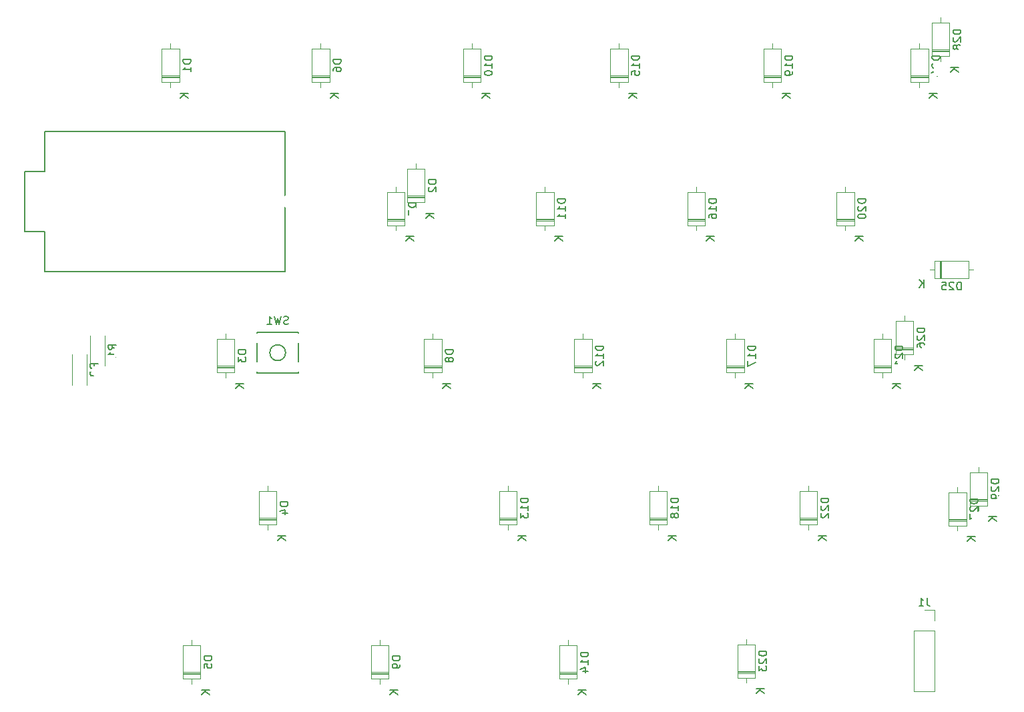
<source format=gbo>
G04 #@! TF.GenerationSoftware,KiCad,Pcbnew,(5.1.4-0-10_14)*
G04 #@! TF.CreationDate,2020-10-01T03:15:46-07:00*
G04 #@! TF.ProjectId,mpm62-kb-left,6d706d36-322d-46b6-922d-6c6566742e6b,rev?*
G04 #@! TF.SameCoordinates,Original*
G04 #@! TF.FileFunction,Legend,Bot*
G04 #@! TF.FilePolarity,Positive*
%FSLAX46Y46*%
G04 Gerber Fmt 4.6, Leading zero omitted, Abs format (unit mm)*
G04 Created by KiCad (PCBNEW (5.1.4-0-10_14)) date 2020-10-01 03:15:46*
%MOMM*%
%LPD*%
G04 APERTURE LIST*
%ADD10C,0.150000*%
%ADD11C,0.120000*%
%ADD12C,1.702000*%
%ADD13R,1.702000X1.702000*%
%ADD14R,1.902000X1.202000*%
%ADD15O,1.502000X1.502000*%
%ADD16C,1.502000*%
%ADD17C,1.852000*%
%ADD18C,2.352000*%
%ADD19C,4.089800*%
%ADD20C,2.352000*%
%ADD21C,3.150000*%
%ADD22O,1.802000X1.802000*%
%ADD23R,1.802000X1.802000*%
%ADD24O,1.702000X1.702000*%
%ADD25C,1.902000*%
%ADD26R,1.902000X1.902000*%
G04 APERTURE END LIST*
D10*
X111840000Y-69215000D02*
X111840000Y-51435000D01*
X81360000Y-69215000D02*
X111840000Y-69215000D01*
X81360000Y-64135000D02*
X81360000Y-69215000D01*
X78820000Y-64135000D02*
X81360000Y-64135000D01*
X78820000Y-56515000D02*
X78820000Y-64135000D01*
X81360000Y-56515000D02*
X78820000Y-56515000D01*
X81360000Y-51435000D02*
X81360000Y-56515000D01*
X81360000Y-51435000D02*
X111840000Y-51435000D01*
X108271000Y-82102000D02*
X113471000Y-82102000D01*
X113471000Y-82102000D02*
X113471000Y-76902000D01*
X113471000Y-76902000D02*
X108271000Y-76902000D01*
X108271000Y-76902000D02*
X108271000Y-82102000D01*
X111871000Y-79502000D02*
G75*
G03X111871000Y-79502000I-1000000J0D01*
G01*
D11*
X84805000Y-83581000D02*
X84805000Y-79741000D01*
X86645000Y-83581000D02*
X86645000Y-79741000D01*
X87091000Y-81168000D02*
X87091000Y-77328000D01*
X88931000Y-81168000D02*
X88931000Y-77328000D01*
X194211250Y-112176250D02*
X192881250Y-112176250D01*
X194211250Y-113506250D02*
X194211250Y-112176250D01*
X194211250Y-114776250D02*
X191551250Y-114776250D01*
X191551250Y-114776250D02*
X191551250Y-122456250D01*
X194211250Y-114776250D02*
X194211250Y-122456250D01*
X194211250Y-122456250D02*
X191551250Y-122456250D01*
X200891000Y-98294000D02*
X198651000Y-98294000D01*
X200891000Y-98054000D02*
X198651000Y-98054000D01*
X200891000Y-98174000D02*
X198651000Y-98174000D01*
X199771000Y-94004000D02*
X199771000Y-94654000D01*
X199771000Y-99544000D02*
X199771000Y-98894000D01*
X200891000Y-94654000D02*
X200891000Y-98894000D01*
X198651000Y-94654000D02*
X200891000Y-94654000D01*
X198651000Y-98894000D02*
X198651000Y-94654000D01*
X200891000Y-98894000D02*
X198651000Y-98894000D01*
X196065000Y-41271000D02*
X193825000Y-41271000D01*
X196065000Y-41031000D02*
X193825000Y-41031000D01*
X196065000Y-41151000D02*
X193825000Y-41151000D01*
X194945000Y-36981000D02*
X194945000Y-37631000D01*
X194945000Y-42521000D02*
X194945000Y-41871000D01*
X196065000Y-37631000D02*
X196065000Y-41871000D01*
X193825000Y-37631000D02*
X196065000Y-37631000D01*
X193825000Y-41871000D02*
X193825000Y-37631000D01*
X196065000Y-41871000D02*
X193825000Y-41871000D01*
X171427000Y-120138000D02*
X169187000Y-120138000D01*
X171427000Y-119898000D02*
X169187000Y-119898000D01*
X171427000Y-120018000D02*
X169187000Y-120018000D01*
X170307000Y-115848000D02*
X170307000Y-116498000D01*
X170307000Y-121388000D02*
X170307000Y-120738000D01*
X171427000Y-116498000D02*
X171427000Y-120738000D01*
X169187000Y-116498000D02*
X171427000Y-116498000D01*
X169187000Y-120738000D02*
X169187000Y-116498000D01*
X171427000Y-120738000D02*
X169187000Y-120738000D01*
X198224000Y-100834000D02*
X195984000Y-100834000D01*
X198224000Y-100594000D02*
X195984000Y-100594000D01*
X198224000Y-100714000D02*
X195984000Y-100714000D01*
X197104000Y-96544000D02*
X197104000Y-97194000D01*
X197104000Y-102084000D02*
X197104000Y-101434000D01*
X198224000Y-97194000D02*
X198224000Y-101434000D01*
X195984000Y-97194000D02*
X198224000Y-97194000D01*
X195984000Y-101434000D02*
X195984000Y-97194000D01*
X198224000Y-101434000D02*
X195984000Y-101434000D01*
X191493000Y-79117000D02*
X189253000Y-79117000D01*
X191493000Y-78877000D02*
X189253000Y-78877000D01*
X191493000Y-78997000D02*
X189253000Y-78997000D01*
X190373000Y-74827000D02*
X190373000Y-75477000D01*
X190373000Y-80367000D02*
X190373000Y-79717000D01*
X191493000Y-75477000D02*
X191493000Y-79717000D01*
X189253000Y-75477000D02*
X191493000Y-75477000D01*
X189253000Y-79717000D02*
X189253000Y-75477000D01*
X191493000Y-79717000D02*
X189253000Y-79717000D01*
X194822000Y-70081000D02*
X194822000Y-67841000D01*
X195062000Y-70081000D02*
X195062000Y-67841000D01*
X194942000Y-70081000D02*
X194942000Y-67841000D01*
X199112000Y-68961000D02*
X198462000Y-68961000D01*
X193572000Y-68961000D02*
X194222000Y-68961000D01*
X198462000Y-70081000D02*
X194222000Y-70081000D01*
X198462000Y-67841000D02*
X198462000Y-70081000D01*
X194222000Y-67841000D02*
X198462000Y-67841000D01*
X194222000Y-70081000D02*
X194222000Y-67841000D01*
X193398000Y-44573000D02*
X191158000Y-44573000D01*
X193398000Y-44333000D02*
X191158000Y-44333000D01*
X193398000Y-44453000D02*
X191158000Y-44453000D01*
X192278000Y-40283000D02*
X192278000Y-40933000D01*
X192278000Y-45823000D02*
X192278000Y-45173000D01*
X193398000Y-40933000D02*
X193398000Y-45173000D01*
X191158000Y-40933000D02*
X193398000Y-40933000D01*
X191158000Y-45173000D02*
X191158000Y-40933000D01*
X193398000Y-45173000D02*
X191158000Y-45173000D01*
X179301000Y-100707000D02*
X177061000Y-100707000D01*
X179301000Y-100467000D02*
X177061000Y-100467000D01*
X179301000Y-100587000D02*
X177061000Y-100587000D01*
X178181000Y-96417000D02*
X178181000Y-97067000D01*
X178181000Y-101957000D02*
X178181000Y-101307000D01*
X179301000Y-97067000D02*
X179301000Y-101307000D01*
X177061000Y-97067000D02*
X179301000Y-97067000D01*
X177061000Y-101307000D02*
X177061000Y-97067000D01*
X179301000Y-101307000D02*
X177061000Y-101307000D01*
X188699000Y-81403000D02*
X186459000Y-81403000D01*
X188699000Y-81163000D02*
X186459000Y-81163000D01*
X188699000Y-81283000D02*
X186459000Y-81283000D01*
X187579000Y-77113000D02*
X187579000Y-77763000D01*
X187579000Y-82653000D02*
X187579000Y-82003000D01*
X188699000Y-77763000D02*
X188699000Y-82003000D01*
X186459000Y-77763000D02*
X188699000Y-77763000D01*
X186459000Y-82003000D02*
X186459000Y-77763000D01*
X188699000Y-82003000D02*
X186459000Y-82003000D01*
X184000000Y-62734000D02*
X181760000Y-62734000D01*
X184000000Y-62494000D02*
X181760000Y-62494000D01*
X184000000Y-62614000D02*
X181760000Y-62614000D01*
X182880000Y-58444000D02*
X182880000Y-59094000D01*
X182880000Y-63984000D02*
X182880000Y-63334000D01*
X184000000Y-59094000D02*
X184000000Y-63334000D01*
X181760000Y-59094000D02*
X184000000Y-59094000D01*
X181760000Y-63334000D02*
X181760000Y-59094000D01*
X184000000Y-63334000D02*
X181760000Y-63334000D01*
X174729000Y-44573000D02*
X172489000Y-44573000D01*
X174729000Y-44333000D02*
X172489000Y-44333000D01*
X174729000Y-44453000D02*
X172489000Y-44453000D01*
X173609000Y-40283000D02*
X173609000Y-40933000D01*
X173609000Y-45823000D02*
X173609000Y-45173000D01*
X174729000Y-40933000D02*
X174729000Y-45173000D01*
X172489000Y-40933000D02*
X174729000Y-40933000D01*
X172489000Y-45173000D02*
X172489000Y-40933000D01*
X174729000Y-45173000D02*
X172489000Y-45173000D01*
X160251000Y-100707000D02*
X158011000Y-100707000D01*
X160251000Y-100467000D02*
X158011000Y-100467000D01*
X160251000Y-100587000D02*
X158011000Y-100587000D01*
X159131000Y-96417000D02*
X159131000Y-97067000D01*
X159131000Y-101957000D02*
X159131000Y-101307000D01*
X160251000Y-97067000D02*
X160251000Y-101307000D01*
X158011000Y-97067000D02*
X160251000Y-97067000D01*
X158011000Y-101307000D02*
X158011000Y-97067000D01*
X160251000Y-101307000D02*
X158011000Y-101307000D01*
X170030000Y-81403000D02*
X167790000Y-81403000D01*
X170030000Y-81163000D02*
X167790000Y-81163000D01*
X170030000Y-81283000D02*
X167790000Y-81283000D01*
X168910000Y-77113000D02*
X168910000Y-77763000D01*
X168910000Y-82653000D02*
X168910000Y-82003000D01*
X170030000Y-77763000D02*
X170030000Y-82003000D01*
X167790000Y-77763000D02*
X170030000Y-77763000D01*
X167790000Y-82003000D02*
X167790000Y-77763000D01*
X170030000Y-82003000D02*
X167790000Y-82003000D01*
X165077000Y-62734000D02*
X162837000Y-62734000D01*
X165077000Y-62494000D02*
X162837000Y-62494000D01*
X165077000Y-62614000D02*
X162837000Y-62614000D01*
X163957000Y-58444000D02*
X163957000Y-59094000D01*
X163957000Y-63984000D02*
X163957000Y-63334000D01*
X165077000Y-59094000D02*
X165077000Y-63334000D01*
X162837000Y-59094000D02*
X165077000Y-59094000D01*
X162837000Y-63334000D02*
X162837000Y-59094000D01*
X165077000Y-63334000D02*
X162837000Y-63334000D01*
X155298000Y-44573000D02*
X153058000Y-44573000D01*
X155298000Y-44333000D02*
X153058000Y-44333000D01*
X155298000Y-44453000D02*
X153058000Y-44453000D01*
X154178000Y-40283000D02*
X154178000Y-40933000D01*
X154178000Y-45823000D02*
X154178000Y-45173000D01*
X155298000Y-40933000D02*
X155298000Y-45173000D01*
X153058000Y-40933000D02*
X155298000Y-40933000D01*
X153058000Y-45173000D02*
X153058000Y-40933000D01*
X155298000Y-45173000D02*
X153058000Y-45173000D01*
X148821000Y-120265000D02*
X146581000Y-120265000D01*
X148821000Y-120025000D02*
X146581000Y-120025000D01*
X148821000Y-120145000D02*
X146581000Y-120145000D01*
X147701000Y-115975000D02*
X147701000Y-116625000D01*
X147701000Y-121515000D02*
X147701000Y-120865000D01*
X148821000Y-116625000D02*
X148821000Y-120865000D01*
X146581000Y-116625000D02*
X148821000Y-116625000D01*
X146581000Y-120865000D02*
X146581000Y-116625000D01*
X148821000Y-120865000D02*
X146581000Y-120865000D01*
X141201000Y-100707000D02*
X138961000Y-100707000D01*
X141201000Y-100467000D02*
X138961000Y-100467000D01*
X141201000Y-100587000D02*
X138961000Y-100587000D01*
X140081000Y-96417000D02*
X140081000Y-97067000D01*
X140081000Y-101957000D02*
X140081000Y-101307000D01*
X141201000Y-97067000D02*
X141201000Y-101307000D01*
X138961000Y-97067000D02*
X141201000Y-97067000D01*
X138961000Y-101307000D02*
X138961000Y-97067000D01*
X141201000Y-101307000D02*
X138961000Y-101307000D01*
X150726000Y-81403000D02*
X148486000Y-81403000D01*
X150726000Y-81163000D02*
X148486000Y-81163000D01*
X150726000Y-81283000D02*
X148486000Y-81283000D01*
X149606000Y-77113000D02*
X149606000Y-77763000D01*
X149606000Y-82653000D02*
X149606000Y-82003000D01*
X150726000Y-77763000D02*
X150726000Y-82003000D01*
X148486000Y-77763000D02*
X150726000Y-77763000D01*
X148486000Y-82003000D02*
X148486000Y-77763000D01*
X150726000Y-82003000D02*
X148486000Y-82003000D01*
X145900000Y-62734000D02*
X143660000Y-62734000D01*
X145900000Y-62494000D02*
X143660000Y-62494000D01*
X145900000Y-62614000D02*
X143660000Y-62614000D01*
X144780000Y-58444000D02*
X144780000Y-59094000D01*
X144780000Y-63984000D02*
X144780000Y-63334000D01*
X145900000Y-59094000D02*
X145900000Y-63334000D01*
X143660000Y-59094000D02*
X145900000Y-59094000D01*
X143660000Y-63334000D02*
X143660000Y-59094000D01*
X145900000Y-63334000D02*
X143660000Y-63334000D01*
X136629000Y-44573000D02*
X134389000Y-44573000D01*
X136629000Y-44333000D02*
X134389000Y-44333000D01*
X136629000Y-44453000D02*
X134389000Y-44453000D01*
X135509000Y-40283000D02*
X135509000Y-40933000D01*
X135509000Y-45823000D02*
X135509000Y-45173000D01*
X136629000Y-40933000D02*
X136629000Y-45173000D01*
X134389000Y-40933000D02*
X136629000Y-40933000D01*
X134389000Y-45173000D02*
X134389000Y-40933000D01*
X136629000Y-45173000D02*
X134389000Y-45173000D01*
X124945000Y-120265000D02*
X122705000Y-120265000D01*
X124945000Y-120025000D02*
X122705000Y-120025000D01*
X124945000Y-120145000D02*
X122705000Y-120145000D01*
X123825000Y-115975000D02*
X123825000Y-116625000D01*
X123825000Y-121515000D02*
X123825000Y-120865000D01*
X124945000Y-116625000D02*
X124945000Y-120865000D01*
X122705000Y-116625000D02*
X124945000Y-116625000D01*
X122705000Y-120865000D02*
X122705000Y-116625000D01*
X124945000Y-120865000D02*
X122705000Y-120865000D01*
X131676000Y-81403000D02*
X129436000Y-81403000D01*
X131676000Y-81163000D02*
X129436000Y-81163000D01*
X131676000Y-81283000D02*
X129436000Y-81283000D01*
X130556000Y-77113000D02*
X130556000Y-77763000D01*
X130556000Y-82653000D02*
X130556000Y-82003000D01*
X131676000Y-77763000D02*
X131676000Y-82003000D01*
X129436000Y-77763000D02*
X131676000Y-77763000D01*
X129436000Y-82003000D02*
X129436000Y-77763000D01*
X131676000Y-82003000D02*
X129436000Y-82003000D01*
X126977000Y-62734000D02*
X124737000Y-62734000D01*
X126977000Y-62494000D02*
X124737000Y-62494000D01*
X126977000Y-62614000D02*
X124737000Y-62614000D01*
X125857000Y-58444000D02*
X125857000Y-59094000D01*
X125857000Y-63984000D02*
X125857000Y-63334000D01*
X126977000Y-59094000D02*
X126977000Y-63334000D01*
X124737000Y-59094000D02*
X126977000Y-59094000D01*
X124737000Y-63334000D02*
X124737000Y-59094000D01*
X126977000Y-63334000D02*
X124737000Y-63334000D01*
X117452000Y-44573000D02*
X115212000Y-44573000D01*
X117452000Y-44333000D02*
X115212000Y-44333000D01*
X117452000Y-44453000D02*
X115212000Y-44453000D01*
X116332000Y-40283000D02*
X116332000Y-40933000D01*
X116332000Y-45823000D02*
X116332000Y-45173000D01*
X117452000Y-40933000D02*
X117452000Y-45173000D01*
X115212000Y-40933000D02*
X117452000Y-40933000D01*
X115212000Y-45173000D02*
X115212000Y-40933000D01*
X117452000Y-45173000D02*
X115212000Y-45173000D01*
X101069000Y-120265000D02*
X98829000Y-120265000D01*
X101069000Y-120025000D02*
X98829000Y-120025000D01*
X101069000Y-120145000D02*
X98829000Y-120145000D01*
X99949000Y-115975000D02*
X99949000Y-116625000D01*
X99949000Y-121515000D02*
X99949000Y-120865000D01*
X101069000Y-116625000D02*
X101069000Y-120865000D01*
X98829000Y-116625000D02*
X101069000Y-116625000D01*
X98829000Y-120865000D02*
X98829000Y-116625000D01*
X101069000Y-120865000D02*
X98829000Y-120865000D01*
X110721000Y-100707000D02*
X108481000Y-100707000D01*
X110721000Y-100467000D02*
X108481000Y-100467000D01*
X110721000Y-100587000D02*
X108481000Y-100587000D01*
X109601000Y-96417000D02*
X109601000Y-97067000D01*
X109601000Y-101957000D02*
X109601000Y-101307000D01*
X110721000Y-97067000D02*
X110721000Y-101307000D01*
X108481000Y-97067000D02*
X110721000Y-97067000D01*
X108481000Y-101307000D02*
X108481000Y-97067000D01*
X110721000Y-101307000D02*
X108481000Y-101307000D01*
X105387000Y-81403000D02*
X103147000Y-81403000D01*
X105387000Y-81163000D02*
X103147000Y-81163000D01*
X105387000Y-81283000D02*
X103147000Y-81283000D01*
X104267000Y-77113000D02*
X104267000Y-77763000D01*
X104267000Y-82653000D02*
X104267000Y-82003000D01*
X105387000Y-77763000D02*
X105387000Y-82003000D01*
X103147000Y-77763000D02*
X105387000Y-77763000D01*
X103147000Y-82003000D02*
X103147000Y-77763000D01*
X105387000Y-82003000D02*
X103147000Y-82003000D01*
X129517000Y-59813000D02*
X127277000Y-59813000D01*
X129517000Y-59573000D02*
X127277000Y-59573000D01*
X129517000Y-59693000D02*
X127277000Y-59693000D01*
X128397000Y-55523000D02*
X128397000Y-56173000D01*
X128397000Y-61063000D02*
X128397000Y-60413000D01*
X129517000Y-56173000D02*
X129517000Y-60413000D01*
X127277000Y-56173000D02*
X129517000Y-56173000D01*
X127277000Y-60413000D02*
X127277000Y-56173000D01*
X129517000Y-60413000D02*
X127277000Y-60413000D01*
X98402000Y-44573000D02*
X96162000Y-44573000D01*
X98402000Y-44333000D02*
X96162000Y-44333000D01*
X98402000Y-44453000D02*
X96162000Y-44453000D01*
X97282000Y-40283000D02*
X97282000Y-40933000D01*
X97282000Y-45823000D02*
X97282000Y-45173000D01*
X98402000Y-40933000D02*
X98402000Y-45173000D01*
X96162000Y-40933000D02*
X98402000Y-40933000D01*
X96162000Y-45173000D02*
X96162000Y-40933000D01*
X98402000Y-45173000D02*
X96162000Y-45173000D01*
D10*
X112204333Y-75842761D02*
X112061476Y-75890380D01*
X111823380Y-75890380D01*
X111728142Y-75842761D01*
X111680523Y-75795142D01*
X111632904Y-75699904D01*
X111632904Y-75604666D01*
X111680523Y-75509428D01*
X111728142Y-75461809D01*
X111823380Y-75414190D01*
X112013857Y-75366571D01*
X112109095Y-75318952D01*
X112156714Y-75271333D01*
X112204333Y-75176095D01*
X112204333Y-75080857D01*
X112156714Y-74985619D01*
X112109095Y-74938000D01*
X112013857Y-74890380D01*
X111775761Y-74890380D01*
X111632904Y-74938000D01*
X111299571Y-74890380D02*
X111061476Y-75890380D01*
X110871000Y-75176095D01*
X110680523Y-75890380D01*
X110442428Y-74890380D01*
X109537666Y-75890380D02*
X110109095Y-75890380D01*
X109823380Y-75890380D02*
X109823380Y-74890380D01*
X109918619Y-75033238D01*
X110013857Y-75128476D01*
X110109095Y-75176095D01*
X88097380Y-81494333D02*
X87621190Y-81161000D01*
X88097380Y-80922904D02*
X87097380Y-80922904D01*
X87097380Y-81303857D01*
X87145000Y-81399095D01*
X87192619Y-81446714D01*
X87287857Y-81494333D01*
X87430714Y-81494333D01*
X87525952Y-81446714D01*
X87573571Y-81399095D01*
X87621190Y-81303857D01*
X87621190Y-80922904D01*
X87192619Y-81875285D02*
X87145000Y-81922904D01*
X87097380Y-82018142D01*
X87097380Y-82256238D01*
X87145000Y-82351476D01*
X87192619Y-82399095D01*
X87287857Y-82446714D01*
X87383095Y-82446714D01*
X87525952Y-82399095D01*
X88097380Y-81827666D01*
X88097380Y-82446714D01*
X90383380Y-79081333D02*
X89907190Y-78748000D01*
X90383380Y-78509904D02*
X89383380Y-78509904D01*
X89383380Y-78890857D01*
X89431000Y-78986095D01*
X89478619Y-79033714D01*
X89573857Y-79081333D01*
X89716714Y-79081333D01*
X89811952Y-79033714D01*
X89859571Y-78986095D01*
X89907190Y-78890857D01*
X89907190Y-78509904D01*
X90383380Y-80033714D02*
X90383380Y-79462285D01*
X90383380Y-79748000D02*
X89383380Y-79748000D01*
X89526238Y-79652761D01*
X89621476Y-79557523D01*
X89669095Y-79462285D01*
X193214583Y-110628630D02*
X193214583Y-111342916D01*
X193262202Y-111485773D01*
X193357440Y-111581011D01*
X193500297Y-111628630D01*
X193595535Y-111628630D01*
X192214583Y-111628630D02*
X192786011Y-111628630D01*
X192500297Y-111628630D02*
X192500297Y-110628630D01*
X192595535Y-110771488D01*
X192690773Y-110866726D01*
X192786011Y-110914345D01*
X202343380Y-95559714D02*
X201343380Y-95559714D01*
X201343380Y-95797809D01*
X201391000Y-95940666D01*
X201486238Y-96035904D01*
X201581476Y-96083523D01*
X201771952Y-96131142D01*
X201914809Y-96131142D01*
X202105285Y-96083523D01*
X202200523Y-96035904D01*
X202295761Y-95940666D01*
X202343380Y-95797809D01*
X202343380Y-95559714D01*
X201438619Y-96512095D02*
X201391000Y-96559714D01*
X201343380Y-96654952D01*
X201343380Y-96893047D01*
X201391000Y-96988285D01*
X201438619Y-97035904D01*
X201533857Y-97083523D01*
X201629095Y-97083523D01*
X201771952Y-97035904D01*
X202343380Y-96464476D01*
X202343380Y-97083523D01*
X202343380Y-97559714D02*
X202343380Y-97750190D01*
X202295761Y-97845428D01*
X202248142Y-97893047D01*
X202105285Y-97988285D01*
X201914809Y-98035904D01*
X201533857Y-98035904D01*
X201438619Y-97988285D01*
X201391000Y-97940666D01*
X201343380Y-97845428D01*
X201343380Y-97654952D01*
X201391000Y-97559714D01*
X201438619Y-97512095D01*
X201533857Y-97464476D01*
X201771952Y-97464476D01*
X201867190Y-97512095D01*
X201914809Y-97559714D01*
X201962428Y-97654952D01*
X201962428Y-97845428D01*
X201914809Y-97940666D01*
X201867190Y-97988285D01*
X201771952Y-98035904D01*
X202023380Y-100322095D02*
X201023380Y-100322095D01*
X202023380Y-100893523D02*
X201451952Y-100464952D01*
X201023380Y-100893523D02*
X201594809Y-100322095D01*
X197517380Y-38536714D02*
X196517380Y-38536714D01*
X196517380Y-38774809D01*
X196565000Y-38917666D01*
X196660238Y-39012904D01*
X196755476Y-39060523D01*
X196945952Y-39108142D01*
X197088809Y-39108142D01*
X197279285Y-39060523D01*
X197374523Y-39012904D01*
X197469761Y-38917666D01*
X197517380Y-38774809D01*
X197517380Y-38536714D01*
X196612619Y-39489095D02*
X196565000Y-39536714D01*
X196517380Y-39631952D01*
X196517380Y-39870047D01*
X196565000Y-39965285D01*
X196612619Y-40012904D01*
X196707857Y-40060523D01*
X196803095Y-40060523D01*
X196945952Y-40012904D01*
X197517380Y-39441476D01*
X197517380Y-40060523D01*
X196945952Y-40631952D02*
X196898333Y-40536714D01*
X196850714Y-40489095D01*
X196755476Y-40441476D01*
X196707857Y-40441476D01*
X196612619Y-40489095D01*
X196565000Y-40536714D01*
X196517380Y-40631952D01*
X196517380Y-40822428D01*
X196565000Y-40917666D01*
X196612619Y-40965285D01*
X196707857Y-41012904D01*
X196755476Y-41012904D01*
X196850714Y-40965285D01*
X196898333Y-40917666D01*
X196945952Y-40822428D01*
X196945952Y-40631952D01*
X196993571Y-40536714D01*
X197041190Y-40489095D01*
X197136428Y-40441476D01*
X197326904Y-40441476D01*
X197422142Y-40489095D01*
X197469761Y-40536714D01*
X197517380Y-40631952D01*
X197517380Y-40822428D01*
X197469761Y-40917666D01*
X197422142Y-40965285D01*
X197326904Y-41012904D01*
X197136428Y-41012904D01*
X197041190Y-40965285D01*
X196993571Y-40917666D01*
X196945952Y-40822428D01*
X197197380Y-43299095D02*
X196197380Y-43299095D01*
X197197380Y-43870523D02*
X196625952Y-43441952D01*
X196197380Y-43870523D02*
X196768809Y-43299095D01*
X172879380Y-117403714D02*
X171879380Y-117403714D01*
X171879380Y-117641809D01*
X171927000Y-117784666D01*
X172022238Y-117879904D01*
X172117476Y-117927523D01*
X172307952Y-117975142D01*
X172450809Y-117975142D01*
X172641285Y-117927523D01*
X172736523Y-117879904D01*
X172831761Y-117784666D01*
X172879380Y-117641809D01*
X172879380Y-117403714D01*
X171974619Y-118356095D02*
X171927000Y-118403714D01*
X171879380Y-118498952D01*
X171879380Y-118737047D01*
X171927000Y-118832285D01*
X171974619Y-118879904D01*
X172069857Y-118927523D01*
X172165095Y-118927523D01*
X172307952Y-118879904D01*
X172879380Y-118308476D01*
X172879380Y-118927523D01*
X171879380Y-119260857D02*
X171879380Y-119879904D01*
X172260333Y-119546571D01*
X172260333Y-119689428D01*
X172307952Y-119784666D01*
X172355571Y-119832285D01*
X172450809Y-119879904D01*
X172688904Y-119879904D01*
X172784142Y-119832285D01*
X172831761Y-119784666D01*
X172879380Y-119689428D01*
X172879380Y-119403714D01*
X172831761Y-119308476D01*
X172784142Y-119260857D01*
X172559380Y-122166095D02*
X171559380Y-122166095D01*
X172559380Y-122737523D02*
X171987952Y-122308952D01*
X171559380Y-122737523D02*
X172130809Y-122166095D01*
X199676380Y-98099714D02*
X198676380Y-98099714D01*
X198676380Y-98337809D01*
X198724000Y-98480666D01*
X198819238Y-98575904D01*
X198914476Y-98623523D01*
X199104952Y-98671142D01*
X199247809Y-98671142D01*
X199438285Y-98623523D01*
X199533523Y-98575904D01*
X199628761Y-98480666D01*
X199676380Y-98337809D01*
X199676380Y-98099714D01*
X198771619Y-99052095D02*
X198724000Y-99099714D01*
X198676380Y-99194952D01*
X198676380Y-99433047D01*
X198724000Y-99528285D01*
X198771619Y-99575904D01*
X198866857Y-99623523D01*
X198962095Y-99623523D01*
X199104952Y-99575904D01*
X199676380Y-99004476D01*
X199676380Y-99623523D01*
X198676380Y-99956857D02*
X198676380Y-100623523D01*
X199676380Y-100194952D01*
X199356380Y-102862095D02*
X198356380Y-102862095D01*
X199356380Y-103433523D02*
X198784952Y-103004952D01*
X198356380Y-103433523D02*
X198927809Y-102862095D01*
X192945380Y-76382714D02*
X191945380Y-76382714D01*
X191945380Y-76620809D01*
X191993000Y-76763666D01*
X192088238Y-76858904D01*
X192183476Y-76906523D01*
X192373952Y-76954142D01*
X192516809Y-76954142D01*
X192707285Y-76906523D01*
X192802523Y-76858904D01*
X192897761Y-76763666D01*
X192945380Y-76620809D01*
X192945380Y-76382714D01*
X192040619Y-77335095D02*
X191993000Y-77382714D01*
X191945380Y-77477952D01*
X191945380Y-77716047D01*
X191993000Y-77811285D01*
X192040619Y-77858904D01*
X192135857Y-77906523D01*
X192231095Y-77906523D01*
X192373952Y-77858904D01*
X192945380Y-77287476D01*
X192945380Y-77906523D01*
X191945380Y-78763666D02*
X191945380Y-78573190D01*
X191993000Y-78477952D01*
X192040619Y-78430333D01*
X192183476Y-78335095D01*
X192373952Y-78287476D01*
X192754904Y-78287476D01*
X192850142Y-78335095D01*
X192897761Y-78382714D01*
X192945380Y-78477952D01*
X192945380Y-78668428D01*
X192897761Y-78763666D01*
X192850142Y-78811285D01*
X192754904Y-78858904D01*
X192516809Y-78858904D01*
X192421571Y-78811285D01*
X192373952Y-78763666D01*
X192326333Y-78668428D01*
X192326333Y-78477952D01*
X192373952Y-78382714D01*
X192421571Y-78335095D01*
X192516809Y-78287476D01*
X192625380Y-81145095D02*
X191625380Y-81145095D01*
X192625380Y-81716523D02*
X192053952Y-81287952D01*
X191625380Y-81716523D02*
X192196809Y-81145095D01*
X197556285Y-71533380D02*
X197556285Y-70533380D01*
X197318190Y-70533380D01*
X197175333Y-70581000D01*
X197080095Y-70676238D01*
X197032476Y-70771476D01*
X196984857Y-70961952D01*
X196984857Y-71104809D01*
X197032476Y-71295285D01*
X197080095Y-71390523D01*
X197175333Y-71485761D01*
X197318190Y-71533380D01*
X197556285Y-71533380D01*
X196603904Y-70628619D02*
X196556285Y-70581000D01*
X196461047Y-70533380D01*
X196222952Y-70533380D01*
X196127714Y-70581000D01*
X196080095Y-70628619D01*
X196032476Y-70723857D01*
X196032476Y-70819095D01*
X196080095Y-70961952D01*
X196651523Y-71533380D01*
X196032476Y-71533380D01*
X195127714Y-70533380D02*
X195603904Y-70533380D01*
X195651523Y-71009571D01*
X195603904Y-70961952D01*
X195508666Y-70914333D01*
X195270571Y-70914333D01*
X195175333Y-70961952D01*
X195127714Y-71009571D01*
X195080095Y-71104809D01*
X195080095Y-71342904D01*
X195127714Y-71438142D01*
X195175333Y-71485761D01*
X195270571Y-71533380D01*
X195508666Y-71533380D01*
X195603904Y-71485761D01*
X195651523Y-71438142D01*
X192793904Y-71213380D02*
X192793904Y-70213380D01*
X192222476Y-71213380D02*
X192651047Y-70641952D01*
X192222476Y-70213380D02*
X192793904Y-70784809D01*
X194850380Y-41838714D02*
X193850380Y-41838714D01*
X193850380Y-42076809D01*
X193898000Y-42219666D01*
X193993238Y-42314904D01*
X194088476Y-42362523D01*
X194278952Y-42410142D01*
X194421809Y-42410142D01*
X194612285Y-42362523D01*
X194707523Y-42314904D01*
X194802761Y-42219666D01*
X194850380Y-42076809D01*
X194850380Y-41838714D01*
X193945619Y-42791095D02*
X193898000Y-42838714D01*
X193850380Y-42933952D01*
X193850380Y-43172047D01*
X193898000Y-43267285D01*
X193945619Y-43314904D01*
X194040857Y-43362523D01*
X194136095Y-43362523D01*
X194278952Y-43314904D01*
X194850380Y-42743476D01*
X194850380Y-43362523D01*
X194183714Y-44219666D02*
X194850380Y-44219666D01*
X193802761Y-43981571D02*
X194517047Y-43743476D01*
X194517047Y-44362523D01*
X194530380Y-46601095D02*
X193530380Y-46601095D01*
X194530380Y-47172523D02*
X193958952Y-46743952D01*
X193530380Y-47172523D02*
X194101809Y-46601095D01*
X180753380Y-97972714D02*
X179753380Y-97972714D01*
X179753380Y-98210809D01*
X179801000Y-98353666D01*
X179896238Y-98448904D01*
X179991476Y-98496523D01*
X180181952Y-98544142D01*
X180324809Y-98544142D01*
X180515285Y-98496523D01*
X180610523Y-98448904D01*
X180705761Y-98353666D01*
X180753380Y-98210809D01*
X180753380Y-97972714D01*
X179848619Y-98925095D02*
X179801000Y-98972714D01*
X179753380Y-99067952D01*
X179753380Y-99306047D01*
X179801000Y-99401285D01*
X179848619Y-99448904D01*
X179943857Y-99496523D01*
X180039095Y-99496523D01*
X180181952Y-99448904D01*
X180753380Y-98877476D01*
X180753380Y-99496523D01*
X179848619Y-99877476D02*
X179801000Y-99925095D01*
X179753380Y-100020333D01*
X179753380Y-100258428D01*
X179801000Y-100353666D01*
X179848619Y-100401285D01*
X179943857Y-100448904D01*
X180039095Y-100448904D01*
X180181952Y-100401285D01*
X180753380Y-99829857D01*
X180753380Y-100448904D01*
X180433380Y-102735095D02*
X179433380Y-102735095D01*
X180433380Y-103306523D02*
X179861952Y-102877952D01*
X179433380Y-103306523D02*
X180004809Y-102735095D01*
X190151380Y-78668714D02*
X189151380Y-78668714D01*
X189151380Y-78906809D01*
X189199000Y-79049666D01*
X189294238Y-79144904D01*
X189389476Y-79192523D01*
X189579952Y-79240142D01*
X189722809Y-79240142D01*
X189913285Y-79192523D01*
X190008523Y-79144904D01*
X190103761Y-79049666D01*
X190151380Y-78906809D01*
X190151380Y-78668714D01*
X189246619Y-79621095D02*
X189199000Y-79668714D01*
X189151380Y-79763952D01*
X189151380Y-80002047D01*
X189199000Y-80097285D01*
X189246619Y-80144904D01*
X189341857Y-80192523D01*
X189437095Y-80192523D01*
X189579952Y-80144904D01*
X190151380Y-79573476D01*
X190151380Y-80192523D01*
X190151380Y-81144904D02*
X190151380Y-80573476D01*
X190151380Y-80859190D02*
X189151380Y-80859190D01*
X189294238Y-80763952D01*
X189389476Y-80668714D01*
X189437095Y-80573476D01*
X189831380Y-83431095D02*
X188831380Y-83431095D01*
X189831380Y-84002523D02*
X189259952Y-83573952D01*
X188831380Y-84002523D02*
X189402809Y-83431095D01*
X185452380Y-59999714D02*
X184452380Y-59999714D01*
X184452380Y-60237809D01*
X184500000Y-60380666D01*
X184595238Y-60475904D01*
X184690476Y-60523523D01*
X184880952Y-60571142D01*
X185023809Y-60571142D01*
X185214285Y-60523523D01*
X185309523Y-60475904D01*
X185404761Y-60380666D01*
X185452380Y-60237809D01*
X185452380Y-59999714D01*
X184547619Y-60952095D02*
X184500000Y-60999714D01*
X184452380Y-61094952D01*
X184452380Y-61333047D01*
X184500000Y-61428285D01*
X184547619Y-61475904D01*
X184642857Y-61523523D01*
X184738095Y-61523523D01*
X184880952Y-61475904D01*
X185452380Y-60904476D01*
X185452380Y-61523523D01*
X184452380Y-62142571D02*
X184452380Y-62237809D01*
X184500000Y-62333047D01*
X184547619Y-62380666D01*
X184642857Y-62428285D01*
X184833333Y-62475904D01*
X185071428Y-62475904D01*
X185261904Y-62428285D01*
X185357142Y-62380666D01*
X185404761Y-62333047D01*
X185452380Y-62237809D01*
X185452380Y-62142571D01*
X185404761Y-62047333D01*
X185357142Y-61999714D01*
X185261904Y-61952095D01*
X185071428Y-61904476D01*
X184833333Y-61904476D01*
X184642857Y-61952095D01*
X184547619Y-61999714D01*
X184500000Y-62047333D01*
X184452380Y-62142571D01*
X185132380Y-64762095D02*
X184132380Y-64762095D01*
X185132380Y-65333523D02*
X184560952Y-64904952D01*
X184132380Y-65333523D02*
X184703809Y-64762095D01*
X176181380Y-41838714D02*
X175181380Y-41838714D01*
X175181380Y-42076809D01*
X175229000Y-42219666D01*
X175324238Y-42314904D01*
X175419476Y-42362523D01*
X175609952Y-42410142D01*
X175752809Y-42410142D01*
X175943285Y-42362523D01*
X176038523Y-42314904D01*
X176133761Y-42219666D01*
X176181380Y-42076809D01*
X176181380Y-41838714D01*
X176181380Y-43362523D02*
X176181380Y-42791095D01*
X176181380Y-43076809D02*
X175181380Y-43076809D01*
X175324238Y-42981571D01*
X175419476Y-42886333D01*
X175467095Y-42791095D01*
X176181380Y-43838714D02*
X176181380Y-44029190D01*
X176133761Y-44124428D01*
X176086142Y-44172047D01*
X175943285Y-44267285D01*
X175752809Y-44314904D01*
X175371857Y-44314904D01*
X175276619Y-44267285D01*
X175229000Y-44219666D01*
X175181380Y-44124428D01*
X175181380Y-43933952D01*
X175229000Y-43838714D01*
X175276619Y-43791095D01*
X175371857Y-43743476D01*
X175609952Y-43743476D01*
X175705190Y-43791095D01*
X175752809Y-43838714D01*
X175800428Y-43933952D01*
X175800428Y-44124428D01*
X175752809Y-44219666D01*
X175705190Y-44267285D01*
X175609952Y-44314904D01*
X175861380Y-46601095D02*
X174861380Y-46601095D01*
X175861380Y-47172523D02*
X175289952Y-46743952D01*
X174861380Y-47172523D02*
X175432809Y-46601095D01*
X161703380Y-97972714D02*
X160703380Y-97972714D01*
X160703380Y-98210809D01*
X160751000Y-98353666D01*
X160846238Y-98448904D01*
X160941476Y-98496523D01*
X161131952Y-98544142D01*
X161274809Y-98544142D01*
X161465285Y-98496523D01*
X161560523Y-98448904D01*
X161655761Y-98353666D01*
X161703380Y-98210809D01*
X161703380Y-97972714D01*
X161703380Y-99496523D02*
X161703380Y-98925095D01*
X161703380Y-99210809D02*
X160703380Y-99210809D01*
X160846238Y-99115571D01*
X160941476Y-99020333D01*
X160989095Y-98925095D01*
X161131952Y-100067952D02*
X161084333Y-99972714D01*
X161036714Y-99925095D01*
X160941476Y-99877476D01*
X160893857Y-99877476D01*
X160798619Y-99925095D01*
X160751000Y-99972714D01*
X160703380Y-100067952D01*
X160703380Y-100258428D01*
X160751000Y-100353666D01*
X160798619Y-100401285D01*
X160893857Y-100448904D01*
X160941476Y-100448904D01*
X161036714Y-100401285D01*
X161084333Y-100353666D01*
X161131952Y-100258428D01*
X161131952Y-100067952D01*
X161179571Y-99972714D01*
X161227190Y-99925095D01*
X161322428Y-99877476D01*
X161512904Y-99877476D01*
X161608142Y-99925095D01*
X161655761Y-99972714D01*
X161703380Y-100067952D01*
X161703380Y-100258428D01*
X161655761Y-100353666D01*
X161608142Y-100401285D01*
X161512904Y-100448904D01*
X161322428Y-100448904D01*
X161227190Y-100401285D01*
X161179571Y-100353666D01*
X161131952Y-100258428D01*
X161383380Y-102735095D02*
X160383380Y-102735095D01*
X161383380Y-103306523D02*
X160811952Y-102877952D01*
X160383380Y-103306523D02*
X160954809Y-102735095D01*
X171482380Y-78668714D02*
X170482380Y-78668714D01*
X170482380Y-78906809D01*
X170530000Y-79049666D01*
X170625238Y-79144904D01*
X170720476Y-79192523D01*
X170910952Y-79240142D01*
X171053809Y-79240142D01*
X171244285Y-79192523D01*
X171339523Y-79144904D01*
X171434761Y-79049666D01*
X171482380Y-78906809D01*
X171482380Y-78668714D01*
X171482380Y-80192523D02*
X171482380Y-79621095D01*
X171482380Y-79906809D02*
X170482380Y-79906809D01*
X170625238Y-79811571D01*
X170720476Y-79716333D01*
X170768095Y-79621095D01*
X170482380Y-80525857D02*
X170482380Y-81192523D01*
X171482380Y-80763952D01*
X171162380Y-83431095D02*
X170162380Y-83431095D01*
X171162380Y-84002523D02*
X170590952Y-83573952D01*
X170162380Y-84002523D02*
X170733809Y-83431095D01*
X166529380Y-59999714D02*
X165529380Y-59999714D01*
X165529380Y-60237809D01*
X165577000Y-60380666D01*
X165672238Y-60475904D01*
X165767476Y-60523523D01*
X165957952Y-60571142D01*
X166100809Y-60571142D01*
X166291285Y-60523523D01*
X166386523Y-60475904D01*
X166481761Y-60380666D01*
X166529380Y-60237809D01*
X166529380Y-59999714D01*
X166529380Y-61523523D02*
X166529380Y-60952095D01*
X166529380Y-61237809D02*
X165529380Y-61237809D01*
X165672238Y-61142571D01*
X165767476Y-61047333D01*
X165815095Y-60952095D01*
X165529380Y-62380666D02*
X165529380Y-62190190D01*
X165577000Y-62094952D01*
X165624619Y-62047333D01*
X165767476Y-61952095D01*
X165957952Y-61904476D01*
X166338904Y-61904476D01*
X166434142Y-61952095D01*
X166481761Y-61999714D01*
X166529380Y-62094952D01*
X166529380Y-62285428D01*
X166481761Y-62380666D01*
X166434142Y-62428285D01*
X166338904Y-62475904D01*
X166100809Y-62475904D01*
X166005571Y-62428285D01*
X165957952Y-62380666D01*
X165910333Y-62285428D01*
X165910333Y-62094952D01*
X165957952Y-61999714D01*
X166005571Y-61952095D01*
X166100809Y-61904476D01*
X166209380Y-64762095D02*
X165209380Y-64762095D01*
X166209380Y-65333523D02*
X165637952Y-64904952D01*
X165209380Y-65333523D02*
X165780809Y-64762095D01*
X156750380Y-41838714D02*
X155750380Y-41838714D01*
X155750380Y-42076809D01*
X155798000Y-42219666D01*
X155893238Y-42314904D01*
X155988476Y-42362523D01*
X156178952Y-42410142D01*
X156321809Y-42410142D01*
X156512285Y-42362523D01*
X156607523Y-42314904D01*
X156702761Y-42219666D01*
X156750380Y-42076809D01*
X156750380Y-41838714D01*
X156750380Y-43362523D02*
X156750380Y-42791095D01*
X156750380Y-43076809D02*
X155750380Y-43076809D01*
X155893238Y-42981571D01*
X155988476Y-42886333D01*
X156036095Y-42791095D01*
X155750380Y-44267285D02*
X155750380Y-43791095D01*
X156226571Y-43743476D01*
X156178952Y-43791095D01*
X156131333Y-43886333D01*
X156131333Y-44124428D01*
X156178952Y-44219666D01*
X156226571Y-44267285D01*
X156321809Y-44314904D01*
X156559904Y-44314904D01*
X156655142Y-44267285D01*
X156702761Y-44219666D01*
X156750380Y-44124428D01*
X156750380Y-43886333D01*
X156702761Y-43791095D01*
X156655142Y-43743476D01*
X156430380Y-46601095D02*
X155430380Y-46601095D01*
X156430380Y-47172523D02*
X155858952Y-46743952D01*
X155430380Y-47172523D02*
X156001809Y-46601095D01*
X150273380Y-117530714D02*
X149273380Y-117530714D01*
X149273380Y-117768809D01*
X149321000Y-117911666D01*
X149416238Y-118006904D01*
X149511476Y-118054523D01*
X149701952Y-118102142D01*
X149844809Y-118102142D01*
X150035285Y-118054523D01*
X150130523Y-118006904D01*
X150225761Y-117911666D01*
X150273380Y-117768809D01*
X150273380Y-117530714D01*
X150273380Y-119054523D02*
X150273380Y-118483095D01*
X150273380Y-118768809D02*
X149273380Y-118768809D01*
X149416238Y-118673571D01*
X149511476Y-118578333D01*
X149559095Y-118483095D01*
X149606714Y-119911666D02*
X150273380Y-119911666D01*
X149225761Y-119673571D02*
X149940047Y-119435476D01*
X149940047Y-120054523D01*
X149953380Y-122293095D02*
X148953380Y-122293095D01*
X149953380Y-122864523D02*
X149381952Y-122435952D01*
X148953380Y-122864523D02*
X149524809Y-122293095D01*
X142653380Y-97972714D02*
X141653380Y-97972714D01*
X141653380Y-98210809D01*
X141701000Y-98353666D01*
X141796238Y-98448904D01*
X141891476Y-98496523D01*
X142081952Y-98544142D01*
X142224809Y-98544142D01*
X142415285Y-98496523D01*
X142510523Y-98448904D01*
X142605761Y-98353666D01*
X142653380Y-98210809D01*
X142653380Y-97972714D01*
X142653380Y-99496523D02*
X142653380Y-98925095D01*
X142653380Y-99210809D02*
X141653380Y-99210809D01*
X141796238Y-99115571D01*
X141891476Y-99020333D01*
X141939095Y-98925095D01*
X141653380Y-99829857D02*
X141653380Y-100448904D01*
X142034333Y-100115571D01*
X142034333Y-100258428D01*
X142081952Y-100353666D01*
X142129571Y-100401285D01*
X142224809Y-100448904D01*
X142462904Y-100448904D01*
X142558142Y-100401285D01*
X142605761Y-100353666D01*
X142653380Y-100258428D01*
X142653380Y-99972714D01*
X142605761Y-99877476D01*
X142558142Y-99829857D01*
X142333380Y-102735095D02*
X141333380Y-102735095D01*
X142333380Y-103306523D02*
X141761952Y-102877952D01*
X141333380Y-103306523D02*
X141904809Y-102735095D01*
X152178380Y-78668714D02*
X151178380Y-78668714D01*
X151178380Y-78906809D01*
X151226000Y-79049666D01*
X151321238Y-79144904D01*
X151416476Y-79192523D01*
X151606952Y-79240142D01*
X151749809Y-79240142D01*
X151940285Y-79192523D01*
X152035523Y-79144904D01*
X152130761Y-79049666D01*
X152178380Y-78906809D01*
X152178380Y-78668714D01*
X152178380Y-80192523D02*
X152178380Y-79621095D01*
X152178380Y-79906809D02*
X151178380Y-79906809D01*
X151321238Y-79811571D01*
X151416476Y-79716333D01*
X151464095Y-79621095D01*
X151273619Y-80573476D02*
X151226000Y-80621095D01*
X151178380Y-80716333D01*
X151178380Y-80954428D01*
X151226000Y-81049666D01*
X151273619Y-81097285D01*
X151368857Y-81144904D01*
X151464095Y-81144904D01*
X151606952Y-81097285D01*
X152178380Y-80525857D01*
X152178380Y-81144904D01*
X151858380Y-83431095D02*
X150858380Y-83431095D01*
X151858380Y-84002523D02*
X151286952Y-83573952D01*
X150858380Y-84002523D02*
X151429809Y-83431095D01*
X147352380Y-59999714D02*
X146352380Y-59999714D01*
X146352380Y-60237809D01*
X146400000Y-60380666D01*
X146495238Y-60475904D01*
X146590476Y-60523523D01*
X146780952Y-60571142D01*
X146923809Y-60571142D01*
X147114285Y-60523523D01*
X147209523Y-60475904D01*
X147304761Y-60380666D01*
X147352380Y-60237809D01*
X147352380Y-59999714D01*
X147352380Y-61523523D02*
X147352380Y-60952095D01*
X147352380Y-61237809D02*
X146352380Y-61237809D01*
X146495238Y-61142571D01*
X146590476Y-61047333D01*
X146638095Y-60952095D01*
X147352380Y-62475904D02*
X147352380Y-61904476D01*
X147352380Y-62190190D02*
X146352380Y-62190190D01*
X146495238Y-62094952D01*
X146590476Y-61999714D01*
X146638095Y-61904476D01*
X147032380Y-64762095D02*
X146032380Y-64762095D01*
X147032380Y-65333523D02*
X146460952Y-64904952D01*
X146032380Y-65333523D02*
X146603809Y-64762095D01*
X138081380Y-41838714D02*
X137081380Y-41838714D01*
X137081380Y-42076809D01*
X137129000Y-42219666D01*
X137224238Y-42314904D01*
X137319476Y-42362523D01*
X137509952Y-42410142D01*
X137652809Y-42410142D01*
X137843285Y-42362523D01*
X137938523Y-42314904D01*
X138033761Y-42219666D01*
X138081380Y-42076809D01*
X138081380Y-41838714D01*
X138081380Y-43362523D02*
X138081380Y-42791095D01*
X138081380Y-43076809D02*
X137081380Y-43076809D01*
X137224238Y-42981571D01*
X137319476Y-42886333D01*
X137367095Y-42791095D01*
X137081380Y-43981571D02*
X137081380Y-44076809D01*
X137129000Y-44172047D01*
X137176619Y-44219666D01*
X137271857Y-44267285D01*
X137462333Y-44314904D01*
X137700428Y-44314904D01*
X137890904Y-44267285D01*
X137986142Y-44219666D01*
X138033761Y-44172047D01*
X138081380Y-44076809D01*
X138081380Y-43981571D01*
X138033761Y-43886333D01*
X137986142Y-43838714D01*
X137890904Y-43791095D01*
X137700428Y-43743476D01*
X137462333Y-43743476D01*
X137271857Y-43791095D01*
X137176619Y-43838714D01*
X137129000Y-43886333D01*
X137081380Y-43981571D01*
X137761380Y-46601095D02*
X136761380Y-46601095D01*
X137761380Y-47172523D02*
X137189952Y-46743952D01*
X136761380Y-47172523D02*
X137332809Y-46601095D01*
X126397380Y-118006904D02*
X125397380Y-118006904D01*
X125397380Y-118245000D01*
X125445000Y-118387857D01*
X125540238Y-118483095D01*
X125635476Y-118530714D01*
X125825952Y-118578333D01*
X125968809Y-118578333D01*
X126159285Y-118530714D01*
X126254523Y-118483095D01*
X126349761Y-118387857D01*
X126397380Y-118245000D01*
X126397380Y-118006904D01*
X126397380Y-119054523D02*
X126397380Y-119245000D01*
X126349761Y-119340238D01*
X126302142Y-119387857D01*
X126159285Y-119483095D01*
X125968809Y-119530714D01*
X125587857Y-119530714D01*
X125492619Y-119483095D01*
X125445000Y-119435476D01*
X125397380Y-119340238D01*
X125397380Y-119149761D01*
X125445000Y-119054523D01*
X125492619Y-119006904D01*
X125587857Y-118959285D01*
X125825952Y-118959285D01*
X125921190Y-119006904D01*
X125968809Y-119054523D01*
X126016428Y-119149761D01*
X126016428Y-119340238D01*
X125968809Y-119435476D01*
X125921190Y-119483095D01*
X125825952Y-119530714D01*
X126077380Y-122293095D02*
X125077380Y-122293095D01*
X126077380Y-122864523D02*
X125505952Y-122435952D01*
X125077380Y-122864523D02*
X125648809Y-122293095D01*
X133128380Y-79144904D02*
X132128380Y-79144904D01*
X132128380Y-79383000D01*
X132176000Y-79525857D01*
X132271238Y-79621095D01*
X132366476Y-79668714D01*
X132556952Y-79716333D01*
X132699809Y-79716333D01*
X132890285Y-79668714D01*
X132985523Y-79621095D01*
X133080761Y-79525857D01*
X133128380Y-79383000D01*
X133128380Y-79144904D01*
X132556952Y-80287761D02*
X132509333Y-80192523D01*
X132461714Y-80144904D01*
X132366476Y-80097285D01*
X132318857Y-80097285D01*
X132223619Y-80144904D01*
X132176000Y-80192523D01*
X132128380Y-80287761D01*
X132128380Y-80478238D01*
X132176000Y-80573476D01*
X132223619Y-80621095D01*
X132318857Y-80668714D01*
X132366476Y-80668714D01*
X132461714Y-80621095D01*
X132509333Y-80573476D01*
X132556952Y-80478238D01*
X132556952Y-80287761D01*
X132604571Y-80192523D01*
X132652190Y-80144904D01*
X132747428Y-80097285D01*
X132937904Y-80097285D01*
X133033142Y-80144904D01*
X133080761Y-80192523D01*
X133128380Y-80287761D01*
X133128380Y-80478238D01*
X133080761Y-80573476D01*
X133033142Y-80621095D01*
X132937904Y-80668714D01*
X132747428Y-80668714D01*
X132652190Y-80621095D01*
X132604571Y-80573476D01*
X132556952Y-80478238D01*
X132808380Y-83431095D02*
X131808380Y-83431095D01*
X132808380Y-84002523D02*
X132236952Y-83573952D01*
X131808380Y-84002523D02*
X132379809Y-83431095D01*
X128429380Y-60475904D02*
X127429380Y-60475904D01*
X127429380Y-60714000D01*
X127477000Y-60856857D01*
X127572238Y-60952095D01*
X127667476Y-60999714D01*
X127857952Y-61047333D01*
X128000809Y-61047333D01*
X128191285Y-60999714D01*
X128286523Y-60952095D01*
X128381761Y-60856857D01*
X128429380Y-60714000D01*
X128429380Y-60475904D01*
X127429380Y-61380666D02*
X127429380Y-62047333D01*
X128429380Y-61618761D01*
X128109380Y-64762095D02*
X127109380Y-64762095D01*
X128109380Y-65333523D02*
X127537952Y-64904952D01*
X127109380Y-65333523D02*
X127680809Y-64762095D01*
X118904380Y-42314904D02*
X117904380Y-42314904D01*
X117904380Y-42553000D01*
X117952000Y-42695857D01*
X118047238Y-42791095D01*
X118142476Y-42838714D01*
X118332952Y-42886333D01*
X118475809Y-42886333D01*
X118666285Y-42838714D01*
X118761523Y-42791095D01*
X118856761Y-42695857D01*
X118904380Y-42553000D01*
X118904380Y-42314904D01*
X117904380Y-43743476D02*
X117904380Y-43553000D01*
X117952000Y-43457761D01*
X117999619Y-43410142D01*
X118142476Y-43314904D01*
X118332952Y-43267285D01*
X118713904Y-43267285D01*
X118809142Y-43314904D01*
X118856761Y-43362523D01*
X118904380Y-43457761D01*
X118904380Y-43648238D01*
X118856761Y-43743476D01*
X118809142Y-43791095D01*
X118713904Y-43838714D01*
X118475809Y-43838714D01*
X118380571Y-43791095D01*
X118332952Y-43743476D01*
X118285333Y-43648238D01*
X118285333Y-43457761D01*
X118332952Y-43362523D01*
X118380571Y-43314904D01*
X118475809Y-43267285D01*
X118584380Y-46601095D02*
X117584380Y-46601095D01*
X118584380Y-47172523D02*
X118012952Y-46743952D01*
X117584380Y-47172523D02*
X118155809Y-46601095D01*
X102521380Y-118006904D02*
X101521380Y-118006904D01*
X101521380Y-118245000D01*
X101569000Y-118387857D01*
X101664238Y-118483095D01*
X101759476Y-118530714D01*
X101949952Y-118578333D01*
X102092809Y-118578333D01*
X102283285Y-118530714D01*
X102378523Y-118483095D01*
X102473761Y-118387857D01*
X102521380Y-118245000D01*
X102521380Y-118006904D01*
X101521380Y-119483095D02*
X101521380Y-119006904D01*
X101997571Y-118959285D01*
X101949952Y-119006904D01*
X101902333Y-119102142D01*
X101902333Y-119340238D01*
X101949952Y-119435476D01*
X101997571Y-119483095D01*
X102092809Y-119530714D01*
X102330904Y-119530714D01*
X102426142Y-119483095D01*
X102473761Y-119435476D01*
X102521380Y-119340238D01*
X102521380Y-119102142D01*
X102473761Y-119006904D01*
X102426142Y-118959285D01*
X102201380Y-122293095D02*
X101201380Y-122293095D01*
X102201380Y-122864523D02*
X101629952Y-122435952D01*
X101201380Y-122864523D02*
X101772809Y-122293095D01*
X112173380Y-98448904D02*
X111173380Y-98448904D01*
X111173380Y-98687000D01*
X111221000Y-98829857D01*
X111316238Y-98925095D01*
X111411476Y-98972714D01*
X111601952Y-99020333D01*
X111744809Y-99020333D01*
X111935285Y-98972714D01*
X112030523Y-98925095D01*
X112125761Y-98829857D01*
X112173380Y-98687000D01*
X112173380Y-98448904D01*
X111506714Y-99877476D02*
X112173380Y-99877476D01*
X111125761Y-99639380D02*
X111840047Y-99401285D01*
X111840047Y-100020333D01*
X111853380Y-102735095D02*
X110853380Y-102735095D01*
X111853380Y-103306523D02*
X111281952Y-102877952D01*
X110853380Y-103306523D02*
X111424809Y-102735095D01*
X106839380Y-79144904D02*
X105839380Y-79144904D01*
X105839380Y-79383000D01*
X105887000Y-79525857D01*
X105982238Y-79621095D01*
X106077476Y-79668714D01*
X106267952Y-79716333D01*
X106410809Y-79716333D01*
X106601285Y-79668714D01*
X106696523Y-79621095D01*
X106791761Y-79525857D01*
X106839380Y-79383000D01*
X106839380Y-79144904D01*
X105839380Y-80049666D02*
X105839380Y-80668714D01*
X106220333Y-80335380D01*
X106220333Y-80478238D01*
X106267952Y-80573476D01*
X106315571Y-80621095D01*
X106410809Y-80668714D01*
X106648904Y-80668714D01*
X106744142Y-80621095D01*
X106791761Y-80573476D01*
X106839380Y-80478238D01*
X106839380Y-80192523D01*
X106791761Y-80097285D01*
X106744142Y-80049666D01*
X106519380Y-83431095D02*
X105519380Y-83431095D01*
X106519380Y-84002523D02*
X105947952Y-83573952D01*
X105519380Y-84002523D02*
X106090809Y-83431095D01*
X130969380Y-57554904D02*
X129969380Y-57554904D01*
X129969380Y-57793000D01*
X130017000Y-57935857D01*
X130112238Y-58031095D01*
X130207476Y-58078714D01*
X130397952Y-58126333D01*
X130540809Y-58126333D01*
X130731285Y-58078714D01*
X130826523Y-58031095D01*
X130921761Y-57935857D01*
X130969380Y-57793000D01*
X130969380Y-57554904D01*
X130064619Y-58507285D02*
X130017000Y-58554904D01*
X129969380Y-58650142D01*
X129969380Y-58888238D01*
X130017000Y-58983476D01*
X130064619Y-59031095D01*
X130159857Y-59078714D01*
X130255095Y-59078714D01*
X130397952Y-59031095D01*
X130969380Y-58459666D01*
X130969380Y-59078714D01*
X130649380Y-61841095D02*
X129649380Y-61841095D01*
X130649380Y-62412523D02*
X130077952Y-61983952D01*
X129649380Y-62412523D02*
X130220809Y-61841095D01*
X99854380Y-42314904D02*
X98854380Y-42314904D01*
X98854380Y-42553000D01*
X98902000Y-42695857D01*
X98997238Y-42791095D01*
X99092476Y-42838714D01*
X99282952Y-42886333D01*
X99425809Y-42886333D01*
X99616285Y-42838714D01*
X99711523Y-42791095D01*
X99806761Y-42695857D01*
X99854380Y-42553000D01*
X99854380Y-42314904D01*
X99854380Y-43838714D02*
X99854380Y-43267285D01*
X99854380Y-43553000D02*
X98854380Y-43553000D01*
X98997238Y-43457761D01*
X99092476Y-43362523D01*
X99140095Y-43267285D01*
X99534380Y-46601095D02*
X98534380Y-46601095D01*
X99534380Y-47172523D02*
X98962952Y-46743952D01*
X98534380Y-47172523D02*
X99105809Y-46601095D01*
%LPC*%
D12*
X82630000Y-67945000D03*
X85170000Y-67945000D03*
X87710000Y-67945000D03*
X90250000Y-67945000D03*
X92790000Y-67945000D03*
X95330000Y-67945000D03*
X97870000Y-67945000D03*
X100410000Y-67945000D03*
X102950000Y-67945000D03*
X105490000Y-67945000D03*
X108030000Y-67945000D03*
X110570000Y-67945000D03*
X110570000Y-52705000D03*
X108030000Y-52705000D03*
X105490000Y-52705000D03*
X102950000Y-52705000D03*
X100410000Y-52705000D03*
X97870000Y-52705000D03*
X95330000Y-52705000D03*
X92790000Y-52705000D03*
X90250000Y-52705000D03*
X87710000Y-52705000D03*
X85170000Y-52705000D03*
D13*
X82630000Y-52705000D03*
D14*
X107771000Y-77652000D03*
X113971000Y-81352000D03*
X107771000Y-81352000D03*
X113971000Y-77652000D03*
D15*
X85725000Y-79121000D03*
D16*
X85725000Y-84201000D03*
D15*
X88011000Y-76708000D03*
D16*
X88011000Y-81788000D03*
D17*
X213042500Y-98425000D03*
X202882500Y-98425000D03*
D18*
X205462500Y-94425000D03*
D19*
X207962500Y-98425000D03*
D18*
X204807501Y-95155000D03*
D20*
X204152500Y-95885000D02*
X205462502Y-94425000D01*
D18*
X210502500Y-93345000D03*
X210482500Y-93635000D03*
D20*
X210462500Y-93925000D02*
X210502500Y-93345000D01*
D17*
X208280000Y-41275000D03*
X198120000Y-41275000D03*
D18*
X200700000Y-37275000D03*
D19*
X203200000Y-41275000D03*
D18*
X200045001Y-38005000D03*
D20*
X199390000Y-38735000D02*
X200700002Y-37275000D01*
D18*
X205740000Y-36195000D03*
X205720000Y-36485000D03*
D20*
X205700000Y-36775000D02*
X205740000Y-36195000D01*
D19*
X198437500Y-125730000D03*
X160337500Y-125730000D03*
D21*
X198437500Y-110490000D03*
X160337500Y-110490000D03*
D17*
X184467500Y-117475000D03*
X174307500Y-117475000D03*
D18*
X176887500Y-113475000D03*
D19*
X179387500Y-117475000D03*
D18*
X176232501Y-114205000D03*
D20*
X175577500Y-114935000D02*
X176887502Y-113475000D01*
D18*
X181927500Y-112395000D03*
X181907500Y-112685000D03*
D20*
X181887500Y-112975000D02*
X181927500Y-112395000D01*
D17*
X193992500Y-98425000D03*
X183832500Y-98425000D03*
D18*
X186412500Y-94425000D03*
D19*
X188912500Y-98425000D03*
D18*
X185757501Y-95155000D03*
D20*
X185102500Y-95885000D02*
X186412502Y-94425000D01*
D18*
X191452500Y-93345000D03*
X191432500Y-93635000D03*
D20*
X191412500Y-93925000D02*
X191452500Y-93345000D01*
D17*
X203517500Y-79375000D03*
X193357500Y-79375000D03*
D18*
X195937500Y-75375000D03*
D19*
X198437500Y-79375000D03*
D18*
X195282501Y-76105000D03*
D20*
X194627500Y-76835000D02*
X195937502Y-75375000D01*
D18*
X200977500Y-74295000D03*
X200957500Y-74585000D03*
D20*
X200937500Y-74875000D02*
X200977500Y-74295000D01*
D17*
X198755000Y-60325000D03*
X188595000Y-60325000D03*
D18*
X191175000Y-56325000D03*
D19*
X193675000Y-60325000D03*
D18*
X190520001Y-57055000D03*
D20*
X189865000Y-57785000D02*
X191175002Y-56325000D01*
D18*
X196215000Y-55245000D03*
X196195000Y-55535000D03*
D20*
X196175000Y-55825000D02*
X196215000Y-55245000D01*
D17*
X189230000Y-41275000D03*
X179070000Y-41275000D03*
D18*
X181650000Y-37275000D03*
D19*
X184150000Y-41275000D03*
D18*
X180995001Y-38005000D03*
D20*
X180340000Y-38735000D02*
X181650002Y-37275000D01*
D18*
X186690000Y-36195000D03*
X186670000Y-36485000D03*
D20*
X186650000Y-36775000D02*
X186690000Y-36195000D01*
D17*
X174942500Y-98425000D03*
X164782500Y-98425000D03*
D18*
X167362500Y-94425000D03*
D19*
X169862500Y-98425000D03*
D18*
X166707501Y-95155000D03*
D20*
X166052500Y-95885000D02*
X167362502Y-94425000D01*
D18*
X172402500Y-93345000D03*
X172382500Y-93635000D03*
D20*
X172362500Y-93925000D02*
X172402500Y-93345000D01*
D17*
X184467500Y-79375000D03*
X174307500Y-79375000D03*
D18*
X176887500Y-75375000D03*
D19*
X179387500Y-79375000D03*
D18*
X176232501Y-76105000D03*
D20*
X175577500Y-76835000D02*
X176887502Y-75375000D01*
D18*
X181927500Y-74295000D03*
X181907500Y-74585000D03*
D20*
X181887500Y-74875000D02*
X181927500Y-74295000D01*
D17*
X179705000Y-60325000D03*
X169545000Y-60325000D03*
D18*
X172125000Y-56325000D03*
D19*
X174625000Y-60325000D03*
D18*
X171470001Y-57055000D03*
D20*
X170815000Y-57785000D02*
X172125002Y-56325000D01*
D18*
X177165000Y-55245000D03*
X177145000Y-55535000D03*
D20*
X177125000Y-55825000D02*
X177165000Y-55245000D01*
D17*
X170180000Y-41275000D03*
X160020000Y-41275000D03*
D18*
X162600000Y-37275000D03*
D19*
X165100000Y-41275000D03*
D18*
X161945001Y-38005000D03*
D20*
X161290000Y-38735000D02*
X162600002Y-37275000D01*
D18*
X167640000Y-36195000D03*
X167620000Y-36485000D03*
D20*
X167600000Y-36775000D02*
X167640000Y-36195000D01*
D17*
X155892500Y-98425000D03*
X145732500Y-98425000D03*
D18*
X148312500Y-94425000D03*
D19*
X150812500Y-98425000D03*
D18*
X147657501Y-95155000D03*
D20*
X147002500Y-95885000D02*
X148312502Y-94425000D01*
D18*
X153352500Y-93345000D03*
X153332500Y-93635000D03*
D20*
X153312500Y-93925000D02*
X153352500Y-93345000D01*
D17*
X165417500Y-79375000D03*
X155257500Y-79375000D03*
D18*
X157837500Y-75375000D03*
D19*
X160337500Y-79375000D03*
D18*
X157182501Y-76105000D03*
D20*
X156527500Y-76835000D02*
X157837502Y-75375000D01*
D18*
X162877500Y-74295000D03*
X162857500Y-74585000D03*
D20*
X162837500Y-74875000D02*
X162877500Y-74295000D01*
D17*
X160655000Y-60325000D03*
X150495000Y-60325000D03*
D18*
X153075000Y-56325000D03*
D19*
X155575000Y-60325000D03*
D18*
X152420001Y-57055000D03*
D20*
X151765000Y-57785000D02*
X153075002Y-56325000D01*
D18*
X158115000Y-55245000D03*
X158095000Y-55535000D03*
D20*
X158075000Y-55825000D02*
X158115000Y-55245000D01*
D17*
X151130000Y-41275000D03*
X140970000Y-41275000D03*
D18*
X143550000Y-37275000D03*
D19*
X146050000Y-41275000D03*
D18*
X142895001Y-38005000D03*
D20*
X142240000Y-38735000D02*
X143550002Y-37275000D01*
D18*
X148590000Y-36195000D03*
X148570000Y-36485000D03*
D20*
X148550000Y-36775000D02*
X148590000Y-36195000D01*
D17*
X143986250Y-117475000D03*
X133826250Y-117475000D03*
D18*
X136406250Y-113475000D03*
D19*
X138906250Y-117475000D03*
D18*
X135751251Y-114205000D03*
D20*
X135096250Y-114935000D02*
X136406252Y-113475000D01*
D18*
X141446250Y-112395000D03*
X141426250Y-112685000D03*
D20*
X141406250Y-112975000D02*
X141446250Y-112395000D01*
D17*
X136842500Y-98425000D03*
X126682500Y-98425000D03*
D18*
X129262500Y-94425000D03*
D19*
X131762500Y-98425000D03*
D18*
X128607501Y-95155000D03*
D20*
X127952500Y-95885000D02*
X129262502Y-94425000D01*
D18*
X134302500Y-93345000D03*
X134282500Y-93635000D03*
D20*
X134262500Y-93925000D02*
X134302500Y-93345000D01*
D17*
X146367500Y-79375000D03*
X136207500Y-79375000D03*
D18*
X138787500Y-75375000D03*
D19*
X141287500Y-79375000D03*
D18*
X138132501Y-76105000D03*
D20*
X137477500Y-76835000D02*
X138787502Y-75375000D01*
D18*
X143827500Y-74295000D03*
X143807500Y-74585000D03*
D20*
X143787500Y-74875000D02*
X143827500Y-74295000D01*
D17*
X141605000Y-60325000D03*
X131445000Y-60325000D03*
D18*
X134025000Y-56325000D03*
D19*
X136525000Y-60325000D03*
D18*
X133370001Y-57055000D03*
D20*
X132715000Y-57785000D02*
X134025002Y-56325000D01*
D18*
X139065000Y-55245000D03*
X139045000Y-55535000D03*
D20*
X139025000Y-55825000D02*
X139065000Y-55245000D01*
D17*
X132080000Y-41275000D03*
X121920000Y-41275000D03*
D18*
X124500000Y-37275000D03*
D19*
X127000000Y-41275000D03*
D18*
X123845001Y-38005000D03*
D20*
X123190000Y-38735000D02*
X124500002Y-37275000D01*
D18*
X129540000Y-36195000D03*
X129520000Y-36485000D03*
D20*
X129500000Y-36775000D02*
X129540000Y-36195000D01*
D17*
X120173750Y-117475000D03*
X110013750Y-117475000D03*
D18*
X112593750Y-113475000D03*
D19*
X115093750Y-117475000D03*
D18*
X111938751Y-114205000D03*
D20*
X111283750Y-114935000D02*
X112593752Y-113475000D01*
D18*
X117633750Y-112395000D03*
X117613750Y-112685000D03*
D20*
X117593750Y-112975000D02*
X117633750Y-112395000D01*
D17*
X127317500Y-79375000D03*
X117157500Y-79375000D03*
D18*
X119737500Y-75375000D03*
D19*
X122237500Y-79375000D03*
D18*
X119082501Y-76105000D03*
D20*
X118427500Y-76835000D02*
X119737502Y-75375000D01*
D18*
X124777500Y-74295000D03*
X124757500Y-74585000D03*
D20*
X124737500Y-74875000D02*
X124777500Y-74295000D01*
D17*
X122555000Y-60325000D03*
X112395000Y-60325000D03*
D18*
X114975000Y-56325000D03*
D19*
X117475000Y-60325000D03*
D18*
X114320001Y-57055000D03*
D20*
X113665000Y-57785000D02*
X114975002Y-56325000D01*
D18*
X120015000Y-55245000D03*
X119995000Y-55535000D03*
D20*
X119975000Y-55825000D02*
X120015000Y-55245000D01*
D17*
X113030000Y-41275000D03*
X102870000Y-41275000D03*
D18*
X105450000Y-37275000D03*
D19*
X107950000Y-41275000D03*
D18*
X104795001Y-38005000D03*
D20*
X104140000Y-38735000D02*
X105450002Y-37275000D01*
D18*
X110490000Y-36195000D03*
X110470000Y-36485000D03*
D20*
X110450000Y-36775000D02*
X110490000Y-36195000D01*
D17*
X96361250Y-117475000D03*
X86201250Y-117475000D03*
D18*
X88781250Y-113475000D03*
D19*
X91281250Y-117475000D03*
D18*
X88126251Y-114205000D03*
D20*
X87471250Y-114935000D02*
X88781252Y-113475000D01*
D18*
X93821250Y-112395000D03*
X93801250Y-112685000D03*
D20*
X93781250Y-112975000D02*
X93821250Y-112395000D01*
D19*
X112744250Y-106680000D03*
X88868250Y-106680000D03*
D21*
X112744250Y-91440000D03*
X88868250Y-91440000D03*
D17*
X105886250Y-98425000D03*
X95726250Y-98425000D03*
D18*
X98306250Y-94425000D03*
D19*
X100806250Y-98425000D03*
D18*
X97651251Y-95155000D03*
D20*
X96996250Y-95885000D02*
X98306252Y-94425000D01*
D18*
X103346250Y-93345000D03*
X103326250Y-93635000D03*
D20*
X103306250Y-93925000D02*
X103346250Y-93345000D01*
D17*
X101123750Y-79375000D03*
X90963750Y-79375000D03*
D18*
X93543750Y-75375000D03*
D19*
X96043750Y-79375000D03*
D18*
X92888751Y-76105000D03*
D20*
X92233750Y-76835000D02*
X93543752Y-75375000D01*
D18*
X98583750Y-74295000D03*
X98563750Y-74585000D03*
D20*
X98543750Y-74875000D02*
X98583750Y-74295000D01*
D17*
X98742500Y-60325000D03*
X88582500Y-60325000D03*
D18*
X91162500Y-56325000D03*
D19*
X93662500Y-60325000D03*
D18*
X90507501Y-57055000D03*
D20*
X89852500Y-57785000D02*
X91162502Y-56325000D01*
D18*
X96202500Y-55245000D03*
X96182500Y-55535000D03*
D20*
X96162500Y-55825000D02*
X96202500Y-55245000D01*
D17*
X93980000Y-41275000D03*
X83820000Y-41275000D03*
D18*
X86400000Y-37275000D03*
D19*
X88900000Y-41275000D03*
D18*
X85745001Y-38005000D03*
D20*
X85090000Y-38735000D02*
X86400002Y-37275000D01*
D18*
X91440000Y-36195000D03*
X91420000Y-36485000D03*
D20*
X91400000Y-36775000D02*
X91440000Y-36195000D01*
D22*
X192881250Y-121126250D03*
X192881250Y-118586250D03*
X192881250Y-116046250D03*
D23*
X192881250Y-113506250D03*
D24*
X199771000Y-92964000D03*
D13*
X199771000Y-100584000D03*
D24*
X194945000Y-35941000D03*
D13*
X194945000Y-43561000D03*
D24*
X170307000Y-114808000D03*
D13*
X170307000Y-122428000D03*
D24*
X197104000Y-95504000D03*
D13*
X197104000Y-103124000D03*
D24*
X190373000Y-73787000D03*
D13*
X190373000Y-81407000D03*
D24*
X200152000Y-68961000D03*
D13*
X192532000Y-68961000D03*
D24*
X192278000Y-39243000D03*
D13*
X192278000Y-46863000D03*
D24*
X178181000Y-95377000D03*
D13*
X178181000Y-102997000D03*
D24*
X187579000Y-76073000D03*
D13*
X187579000Y-83693000D03*
D24*
X182880000Y-57404000D03*
D13*
X182880000Y-65024000D03*
D24*
X173609000Y-39243000D03*
D13*
X173609000Y-46863000D03*
D24*
X159131000Y-95377000D03*
D13*
X159131000Y-102997000D03*
D24*
X168910000Y-76073000D03*
D13*
X168910000Y-83693000D03*
D24*
X163957000Y-57404000D03*
D13*
X163957000Y-65024000D03*
D24*
X154178000Y-39243000D03*
D13*
X154178000Y-46863000D03*
D24*
X147701000Y-114935000D03*
D13*
X147701000Y-122555000D03*
D24*
X140081000Y-95377000D03*
D13*
X140081000Y-102997000D03*
D24*
X149606000Y-76073000D03*
D13*
X149606000Y-83693000D03*
D24*
X144780000Y-57404000D03*
D13*
X144780000Y-65024000D03*
D24*
X135509000Y-39243000D03*
D13*
X135509000Y-46863000D03*
D24*
X123825000Y-114935000D03*
D13*
X123825000Y-122555000D03*
D24*
X130556000Y-76073000D03*
D13*
X130556000Y-83693000D03*
D24*
X125857000Y-57404000D03*
D13*
X125857000Y-65024000D03*
D24*
X116332000Y-39243000D03*
D13*
X116332000Y-46863000D03*
D24*
X99949000Y-114935000D03*
D13*
X99949000Y-122555000D03*
D24*
X109601000Y-95377000D03*
D13*
X109601000Y-102997000D03*
D24*
X104267000Y-76073000D03*
D13*
X104267000Y-83693000D03*
D24*
X128397000Y-54483000D03*
D13*
X128397000Y-62103000D03*
D24*
X97282000Y-39243000D03*
D13*
X97282000Y-46863000D03*
D25*
X180738500Y-122908750D03*
D26*
X178198500Y-122908750D03*
D25*
X97282000Y-83947000D03*
D26*
X94742000Y-83947000D03*
M02*

</source>
